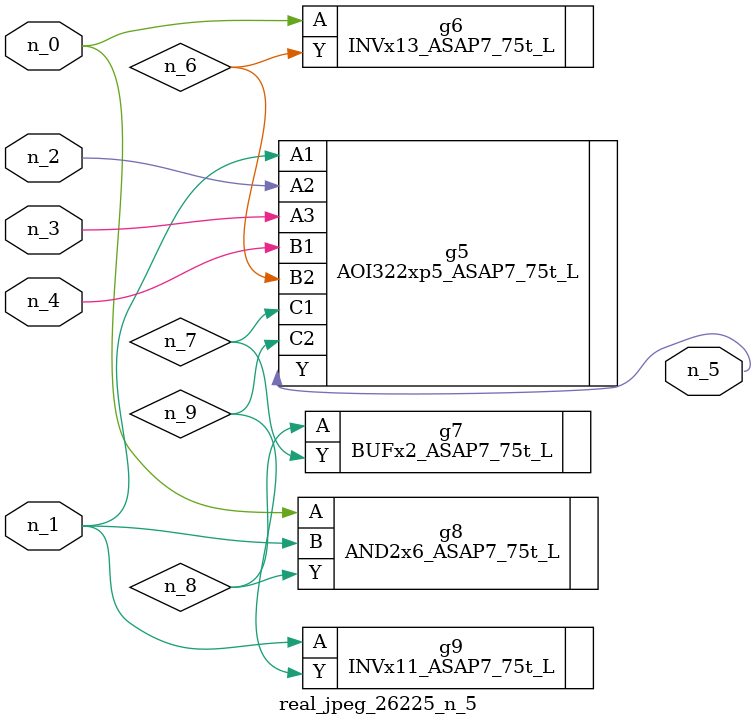
<source format=v>
module real_jpeg_26225_n_5 (n_4, n_0, n_1, n_2, n_3, n_5);

input n_4;
input n_0;
input n_1;
input n_2;
input n_3;

output n_5;

wire n_8;
wire n_6;
wire n_7;
wire n_9;

INVx13_ASAP7_75t_L g6 ( 
.A(n_0),
.Y(n_6)
);

AND2x6_ASAP7_75t_L g8 ( 
.A(n_0),
.B(n_1),
.Y(n_8)
);

AOI322xp5_ASAP7_75t_L g5 ( 
.A1(n_1),
.A2(n_2),
.A3(n_3),
.B1(n_4),
.B2(n_6),
.C1(n_7),
.C2(n_9),
.Y(n_5)
);

INVx11_ASAP7_75t_L g9 ( 
.A(n_1),
.Y(n_9)
);

BUFx2_ASAP7_75t_L g7 ( 
.A(n_8),
.Y(n_7)
);


endmodule
</source>
